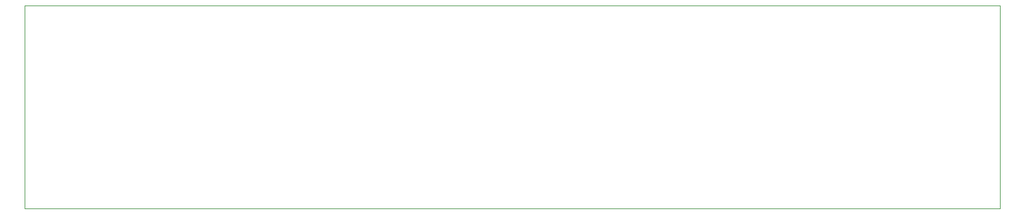
<source format=gbr>
G04 #@! TF.GenerationSoftware,KiCad,Pcbnew,(5.1.5)-3*
G04 #@! TF.CreationDate,2020-11-18T18:17:58+13:00*
G04 #@! TF.ProjectId,MidiControllerV1,4d696469-436f-46e7-9472-6f6c6c657256,rev?*
G04 #@! TF.SameCoordinates,Original*
G04 #@! TF.FileFunction,Profile,NP*
%FSLAX46Y46*%
G04 Gerber Fmt 4.6, Leading zero omitted, Abs format (unit mm)*
G04 Created by KiCad (PCBNEW (5.1.5)-3) date 2020-11-18 18:17:58*
%MOMM*%
%LPD*%
G04 APERTURE LIST*
%ADD10C,0.050000*%
G04 APERTURE END LIST*
D10*
X154000000Y-20000000D02*
X154000000Y-19000000D01*
X20000000Y-20000000D02*
X20000000Y-19000000D01*
X20000000Y-47000000D02*
X20000000Y-20000000D01*
X154000000Y-47000000D02*
X20000000Y-47000000D01*
X154000000Y-20000000D02*
X154000000Y-47000000D01*
X20000000Y-19000000D02*
X154000000Y-19000000D01*
M02*

</source>
